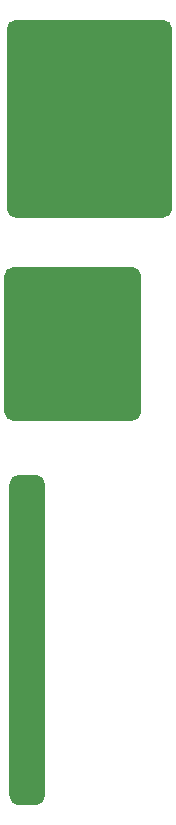
<source format=gbs>
G04 ================== begin FILE IDENTIFICATION RECORD ==================*
G04 Layout Name:  front_panel.brd*
G04 Film Name:    SM_BOT*
G04 File Format:  Gerber RS274X*
G04 File Origin:  Cadence Allegro 17.2-S057*
G04 Origin Date:  Wed Aug 07 22:13:20 2019*
G04 *
G04 Layer:  PACKAGE GEOMETRY/SOLDERMASK_BOTTOM*
G04 Layer:  BOARD GEOMETRY/SOLDERMASK_BOTTOM*
G04 *
G04 Offset:    (0.00 0.00)*
G04 Mirror:    No*
G04 Mode:      Positive*
G04 Rotation:  0*
G04 FullContactRelief:  No*
G04 UndefLineWidth:     0.00*
G04 ================== end FILE IDENTIFICATION RECORD ====================*
%FSLAX25Y25*MOIN*%
%IR0*IPPOS*OFA0.00000B0.00000*MIA0B0*SFA1.00000B1.00000*%
G75*
%LPD*%
G75*
G36*
G01X-13392Y-123136D02*
Y-18936D01*
G03X-16392Y-15936I-3000J0D01*
G01X-22192D01*
G03X-25192Y-18936I0J-3000D01*
G01Y-123136D01*
G03X-22192Y-126136I3000J0D01*
G01X-16392D01*
G03X-13392Y-123136I0J3000D01*
G37*
G36*
G01X18755Y5015D02*
Y50315D01*
G03X15755Y53315I-3000J0D01*
G01X-23945D01*
G03X-26945Y50315I0J-3000D01*
G01Y5015D01*
G03X-23945Y2015I3000J0D01*
G01X15755D01*
G03X18755Y5015I0J3000D01*
G37*
G36*
G01X29076Y72705D02*
Y132705D01*
G03X26076Y135705I-3000J0D01*
G01X-23124D01*
G03X-26124Y132705I0J-3000D01*
G01Y72705D01*
G03X-23124Y69705I3000J0D01*
G01X26076D01*
G03X29076Y72705I0J3000D01*
G37*
M02*

</source>
